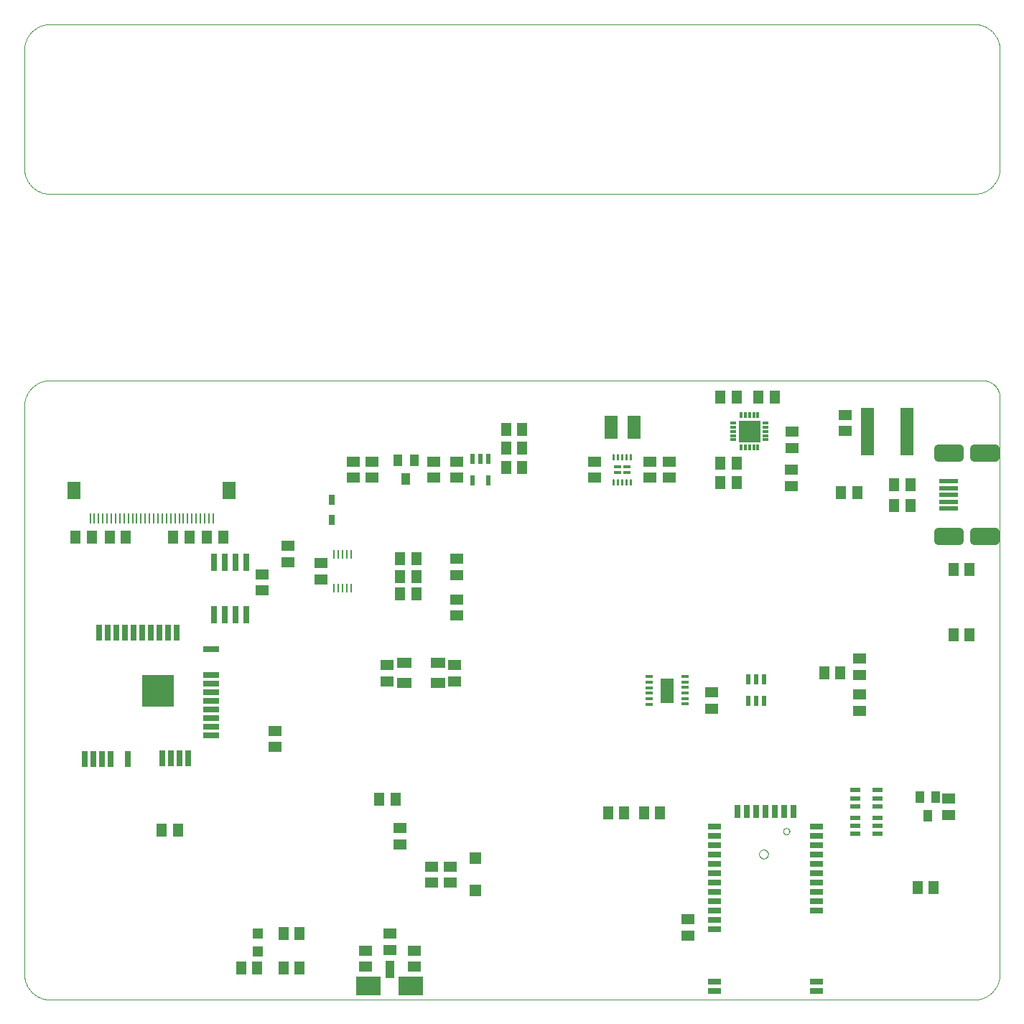
<source format=gbp>
G75*
%MOIN*%
%OFA0B0*%
%FSLAX25Y25*%
%IPPOS*%
%LPD*%
%AMOC8*
5,1,8,0,0,1.08239X$1,22.5*
%
%ADD10C,0.00000*%
%ADD11R,0.05118X0.05906*%
%ADD12R,0.05906X0.05118*%
%ADD13R,0.11811X0.08661*%
%ADD14R,0.03937X0.07874*%
%ADD15R,0.04724X0.04724*%
%ADD16R,0.02200X0.05000*%
%ADD17R,0.03543X0.01575*%
%ADD18R,0.06299X0.11417*%
%ADD19R,0.02600X0.08000*%
%ADD20R,0.00984X0.04921*%
%ADD21R,0.06496X0.08071*%
%ADD22R,0.00787X0.03937*%
%ADD23R,0.03937X0.05512*%
%ADD24C,0.00827*%
%ADD25R,0.03346X0.01772*%
%ADD26R,0.05000X0.02200*%
%ADD27R,0.05906X0.10630*%
%ADD28R,0.06299X0.22441*%
%ADD29R,0.02500X0.05000*%
%ADD30R,0.07087X0.04724*%
%ADD31R,0.08858X0.01969*%
%ADD32C,0.03937*%
%ADD33R,0.01181X0.03150*%
%ADD34R,0.03150X0.01181*%
%ADD35R,0.09843X0.09843*%
%ADD36R,0.05512X0.05512*%
%ADD37R,0.03150X0.07480*%
%ADD38R,0.07480X0.03150*%
%ADD39R,0.14567X0.14567*%
%ADD40R,0.05906X0.02756*%
%ADD41R,0.02756X0.05906*%
D10*
X0071650Y0095547D02*
X0500784Y0095547D01*
X0501069Y0095550D01*
X0501355Y0095561D01*
X0501640Y0095578D01*
X0501924Y0095602D01*
X0502208Y0095633D01*
X0502491Y0095671D01*
X0502772Y0095716D01*
X0503053Y0095767D01*
X0503333Y0095825D01*
X0503611Y0095890D01*
X0503887Y0095962D01*
X0504161Y0096040D01*
X0504434Y0096125D01*
X0504704Y0096217D01*
X0504972Y0096315D01*
X0505238Y0096419D01*
X0505501Y0096530D01*
X0505761Y0096647D01*
X0506019Y0096770D01*
X0506273Y0096900D01*
X0506524Y0097036D01*
X0506772Y0097177D01*
X0507016Y0097325D01*
X0507257Y0097478D01*
X0507493Y0097638D01*
X0507726Y0097803D01*
X0507955Y0097973D01*
X0508180Y0098149D01*
X0508400Y0098331D01*
X0508616Y0098517D01*
X0508827Y0098709D01*
X0509034Y0098906D01*
X0509236Y0099108D01*
X0509433Y0099315D01*
X0509625Y0099526D01*
X0509811Y0099742D01*
X0509993Y0099962D01*
X0510169Y0100187D01*
X0510339Y0100416D01*
X0510504Y0100649D01*
X0510664Y0100885D01*
X0510817Y0101126D01*
X0510965Y0101370D01*
X0511106Y0101618D01*
X0511242Y0101869D01*
X0511372Y0102123D01*
X0511495Y0102381D01*
X0511612Y0102641D01*
X0511723Y0102904D01*
X0511827Y0103170D01*
X0511925Y0103438D01*
X0512017Y0103708D01*
X0512102Y0103981D01*
X0512180Y0104255D01*
X0512252Y0104531D01*
X0512317Y0104809D01*
X0512375Y0105089D01*
X0512426Y0105370D01*
X0512471Y0105651D01*
X0512509Y0105934D01*
X0512540Y0106218D01*
X0512564Y0106502D01*
X0512581Y0106787D01*
X0512592Y0107073D01*
X0512595Y0107358D01*
X0512595Y0375075D01*
X0512593Y0375265D01*
X0512586Y0375455D01*
X0512574Y0375645D01*
X0512558Y0375835D01*
X0512538Y0376024D01*
X0512512Y0376213D01*
X0512483Y0376401D01*
X0512448Y0376588D01*
X0512409Y0376774D01*
X0512366Y0376959D01*
X0512318Y0377144D01*
X0512266Y0377327D01*
X0512210Y0377508D01*
X0512149Y0377688D01*
X0512083Y0377867D01*
X0512014Y0378044D01*
X0511940Y0378220D01*
X0511862Y0378393D01*
X0511779Y0378565D01*
X0511693Y0378734D01*
X0511603Y0378902D01*
X0511508Y0379067D01*
X0511410Y0379230D01*
X0511307Y0379390D01*
X0511201Y0379548D01*
X0511091Y0379703D01*
X0510978Y0379856D01*
X0510860Y0380006D01*
X0510739Y0380152D01*
X0510615Y0380296D01*
X0510487Y0380437D01*
X0510356Y0380575D01*
X0510221Y0380710D01*
X0510083Y0380841D01*
X0509942Y0380969D01*
X0509798Y0381093D01*
X0509652Y0381214D01*
X0509502Y0381332D01*
X0509349Y0381445D01*
X0509194Y0381555D01*
X0509036Y0381661D01*
X0508876Y0381764D01*
X0508713Y0381862D01*
X0508548Y0381957D01*
X0508380Y0382047D01*
X0508211Y0382133D01*
X0508039Y0382216D01*
X0507866Y0382294D01*
X0507690Y0382368D01*
X0507513Y0382437D01*
X0507334Y0382503D01*
X0507154Y0382564D01*
X0506973Y0382620D01*
X0506790Y0382672D01*
X0506605Y0382720D01*
X0506420Y0382763D01*
X0506234Y0382802D01*
X0506047Y0382837D01*
X0505859Y0382866D01*
X0505670Y0382892D01*
X0505481Y0382912D01*
X0505291Y0382928D01*
X0505101Y0382940D01*
X0504911Y0382947D01*
X0504721Y0382949D01*
X0071650Y0382949D01*
X0071365Y0382946D01*
X0071079Y0382935D01*
X0070794Y0382918D01*
X0070510Y0382894D01*
X0070226Y0382863D01*
X0069943Y0382825D01*
X0069662Y0382780D01*
X0069381Y0382729D01*
X0069101Y0382671D01*
X0068823Y0382606D01*
X0068547Y0382534D01*
X0068273Y0382456D01*
X0068000Y0382371D01*
X0067730Y0382279D01*
X0067462Y0382181D01*
X0067196Y0382077D01*
X0066933Y0381966D01*
X0066673Y0381849D01*
X0066415Y0381726D01*
X0066161Y0381596D01*
X0065910Y0381460D01*
X0065662Y0381319D01*
X0065418Y0381171D01*
X0065177Y0381018D01*
X0064941Y0380858D01*
X0064708Y0380693D01*
X0064479Y0380523D01*
X0064254Y0380347D01*
X0064034Y0380165D01*
X0063818Y0379979D01*
X0063607Y0379787D01*
X0063400Y0379590D01*
X0063198Y0379388D01*
X0063001Y0379181D01*
X0062809Y0378970D01*
X0062623Y0378754D01*
X0062441Y0378534D01*
X0062265Y0378309D01*
X0062095Y0378080D01*
X0061930Y0377847D01*
X0061770Y0377611D01*
X0061617Y0377370D01*
X0061469Y0377126D01*
X0061328Y0376878D01*
X0061192Y0376627D01*
X0061062Y0376373D01*
X0060939Y0376115D01*
X0060822Y0375855D01*
X0060711Y0375592D01*
X0060607Y0375326D01*
X0060509Y0375058D01*
X0060417Y0374788D01*
X0060332Y0374515D01*
X0060254Y0374241D01*
X0060182Y0373965D01*
X0060117Y0373687D01*
X0060059Y0373407D01*
X0060008Y0373126D01*
X0059963Y0372845D01*
X0059925Y0372562D01*
X0059894Y0372278D01*
X0059870Y0371994D01*
X0059853Y0371709D01*
X0059842Y0371423D01*
X0059839Y0371138D01*
X0059839Y0107358D01*
X0059842Y0107073D01*
X0059853Y0106787D01*
X0059870Y0106502D01*
X0059894Y0106218D01*
X0059925Y0105934D01*
X0059963Y0105651D01*
X0060008Y0105370D01*
X0060059Y0105089D01*
X0060117Y0104809D01*
X0060182Y0104531D01*
X0060254Y0104255D01*
X0060332Y0103981D01*
X0060417Y0103708D01*
X0060509Y0103438D01*
X0060607Y0103170D01*
X0060711Y0102904D01*
X0060822Y0102641D01*
X0060939Y0102381D01*
X0061062Y0102123D01*
X0061192Y0101869D01*
X0061328Y0101618D01*
X0061469Y0101370D01*
X0061617Y0101126D01*
X0061770Y0100885D01*
X0061930Y0100649D01*
X0062095Y0100416D01*
X0062265Y0100187D01*
X0062441Y0099962D01*
X0062623Y0099742D01*
X0062809Y0099526D01*
X0063001Y0099315D01*
X0063198Y0099108D01*
X0063400Y0098906D01*
X0063607Y0098709D01*
X0063818Y0098517D01*
X0064034Y0098331D01*
X0064254Y0098149D01*
X0064479Y0097973D01*
X0064708Y0097803D01*
X0064941Y0097638D01*
X0065177Y0097478D01*
X0065418Y0097325D01*
X0065662Y0097177D01*
X0065910Y0097036D01*
X0066161Y0096900D01*
X0066415Y0096770D01*
X0066673Y0096647D01*
X0066933Y0096530D01*
X0067196Y0096419D01*
X0067462Y0096315D01*
X0067730Y0096217D01*
X0068000Y0096125D01*
X0068273Y0096040D01*
X0068547Y0095962D01*
X0068823Y0095890D01*
X0069101Y0095825D01*
X0069381Y0095767D01*
X0069662Y0095716D01*
X0069943Y0095671D01*
X0070226Y0095633D01*
X0070510Y0095602D01*
X0070794Y0095578D01*
X0071079Y0095561D01*
X0071365Y0095550D01*
X0071650Y0095547D01*
X0400908Y0163093D02*
X0400910Y0163184D01*
X0400916Y0163274D01*
X0400926Y0163365D01*
X0400940Y0163454D01*
X0400958Y0163543D01*
X0400979Y0163632D01*
X0401005Y0163719D01*
X0401034Y0163805D01*
X0401068Y0163889D01*
X0401104Y0163972D01*
X0401145Y0164054D01*
X0401189Y0164133D01*
X0401236Y0164211D01*
X0401287Y0164286D01*
X0401341Y0164359D01*
X0401398Y0164429D01*
X0401458Y0164497D01*
X0401521Y0164563D01*
X0401587Y0164625D01*
X0401656Y0164684D01*
X0401727Y0164741D01*
X0401801Y0164794D01*
X0401877Y0164844D01*
X0401955Y0164891D01*
X0402035Y0164934D01*
X0402116Y0164973D01*
X0402200Y0165009D01*
X0402285Y0165041D01*
X0402371Y0165070D01*
X0402458Y0165094D01*
X0402547Y0165115D01*
X0402636Y0165132D01*
X0402726Y0165145D01*
X0402816Y0165154D01*
X0402907Y0165159D01*
X0402998Y0165160D01*
X0403088Y0165157D01*
X0403179Y0165150D01*
X0403269Y0165139D01*
X0403359Y0165124D01*
X0403448Y0165105D01*
X0403536Y0165083D01*
X0403622Y0165056D01*
X0403708Y0165026D01*
X0403792Y0164992D01*
X0403875Y0164954D01*
X0403956Y0164913D01*
X0404035Y0164868D01*
X0404112Y0164819D01*
X0404186Y0164768D01*
X0404259Y0164713D01*
X0404329Y0164655D01*
X0404396Y0164594D01*
X0404460Y0164530D01*
X0404522Y0164464D01*
X0404581Y0164394D01*
X0404636Y0164323D01*
X0404689Y0164248D01*
X0404738Y0164172D01*
X0404784Y0164094D01*
X0404826Y0164013D01*
X0404865Y0163931D01*
X0404900Y0163847D01*
X0404931Y0163762D01*
X0404958Y0163675D01*
X0404982Y0163588D01*
X0405002Y0163499D01*
X0405018Y0163410D01*
X0405030Y0163320D01*
X0405038Y0163229D01*
X0405042Y0163138D01*
X0405042Y0163048D01*
X0405038Y0162957D01*
X0405030Y0162866D01*
X0405018Y0162776D01*
X0405002Y0162687D01*
X0404982Y0162598D01*
X0404958Y0162511D01*
X0404931Y0162424D01*
X0404900Y0162339D01*
X0404865Y0162255D01*
X0404826Y0162173D01*
X0404784Y0162092D01*
X0404738Y0162014D01*
X0404689Y0161938D01*
X0404636Y0161863D01*
X0404581Y0161792D01*
X0404522Y0161722D01*
X0404460Y0161656D01*
X0404396Y0161592D01*
X0404329Y0161531D01*
X0404259Y0161473D01*
X0404186Y0161418D01*
X0404112Y0161367D01*
X0404035Y0161318D01*
X0403956Y0161273D01*
X0403875Y0161232D01*
X0403792Y0161194D01*
X0403708Y0161160D01*
X0403622Y0161130D01*
X0403536Y0161103D01*
X0403448Y0161081D01*
X0403359Y0161062D01*
X0403269Y0161047D01*
X0403179Y0161036D01*
X0403088Y0161029D01*
X0402998Y0161026D01*
X0402907Y0161027D01*
X0402816Y0161032D01*
X0402726Y0161041D01*
X0402636Y0161054D01*
X0402547Y0161071D01*
X0402458Y0161092D01*
X0402371Y0161116D01*
X0402285Y0161145D01*
X0402200Y0161177D01*
X0402116Y0161213D01*
X0402035Y0161252D01*
X0401955Y0161295D01*
X0401877Y0161342D01*
X0401801Y0161392D01*
X0401727Y0161445D01*
X0401656Y0161502D01*
X0401587Y0161561D01*
X0401521Y0161623D01*
X0401458Y0161689D01*
X0401398Y0161757D01*
X0401341Y0161827D01*
X0401287Y0161900D01*
X0401236Y0161975D01*
X0401189Y0162053D01*
X0401145Y0162132D01*
X0401104Y0162214D01*
X0401068Y0162297D01*
X0401034Y0162381D01*
X0401005Y0162467D01*
X0400979Y0162554D01*
X0400958Y0162643D01*
X0400940Y0162732D01*
X0400926Y0162821D01*
X0400916Y0162912D01*
X0400910Y0163002D01*
X0400908Y0163093D01*
X0412078Y0173671D02*
X0412080Y0173748D01*
X0412086Y0173824D01*
X0412096Y0173900D01*
X0412110Y0173975D01*
X0412127Y0174050D01*
X0412149Y0174123D01*
X0412174Y0174196D01*
X0412204Y0174267D01*
X0412236Y0174336D01*
X0412273Y0174403D01*
X0412312Y0174469D01*
X0412355Y0174532D01*
X0412402Y0174593D01*
X0412451Y0174652D01*
X0412504Y0174708D01*
X0412559Y0174761D01*
X0412617Y0174811D01*
X0412677Y0174858D01*
X0412740Y0174902D01*
X0412805Y0174943D01*
X0412872Y0174980D01*
X0412941Y0175014D01*
X0413011Y0175044D01*
X0413083Y0175070D01*
X0413157Y0175092D01*
X0413231Y0175111D01*
X0413306Y0175126D01*
X0413382Y0175137D01*
X0413458Y0175144D01*
X0413535Y0175147D01*
X0413611Y0175146D01*
X0413688Y0175141D01*
X0413764Y0175132D01*
X0413840Y0175119D01*
X0413914Y0175102D01*
X0413988Y0175082D01*
X0414061Y0175057D01*
X0414132Y0175029D01*
X0414202Y0174997D01*
X0414270Y0174962D01*
X0414336Y0174923D01*
X0414400Y0174881D01*
X0414461Y0174835D01*
X0414521Y0174786D01*
X0414577Y0174735D01*
X0414631Y0174680D01*
X0414682Y0174623D01*
X0414730Y0174563D01*
X0414775Y0174501D01*
X0414816Y0174436D01*
X0414854Y0174370D01*
X0414889Y0174302D01*
X0414919Y0174231D01*
X0414947Y0174160D01*
X0414970Y0174087D01*
X0414990Y0174013D01*
X0415006Y0173938D01*
X0415018Y0173862D01*
X0415026Y0173786D01*
X0415030Y0173709D01*
X0415030Y0173633D01*
X0415026Y0173556D01*
X0415018Y0173480D01*
X0415006Y0173404D01*
X0414990Y0173329D01*
X0414970Y0173255D01*
X0414947Y0173182D01*
X0414919Y0173111D01*
X0414889Y0173040D01*
X0414854Y0172972D01*
X0414816Y0172906D01*
X0414775Y0172841D01*
X0414730Y0172779D01*
X0414682Y0172719D01*
X0414631Y0172662D01*
X0414577Y0172607D01*
X0414521Y0172556D01*
X0414461Y0172507D01*
X0414400Y0172461D01*
X0414336Y0172419D01*
X0414270Y0172380D01*
X0414202Y0172345D01*
X0414132Y0172313D01*
X0414061Y0172285D01*
X0413988Y0172260D01*
X0413914Y0172240D01*
X0413840Y0172223D01*
X0413764Y0172210D01*
X0413688Y0172201D01*
X0413611Y0172196D01*
X0413535Y0172195D01*
X0413458Y0172198D01*
X0413382Y0172205D01*
X0413306Y0172216D01*
X0413231Y0172231D01*
X0413157Y0172250D01*
X0413083Y0172272D01*
X0413011Y0172298D01*
X0412941Y0172328D01*
X0412872Y0172362D01*
X0412805Y0172399D01*
X0412740Y0172440D01*
X0412677Y0172484D01*
X0412617Y0172531D01*
X0412559Y0172581D01*
X0412504Y0172634D01*
X0412451Y0172690D01*
X0412402Y0172749D01*
X0412355Y0172810D01*
X0412312Y0172873D01*
X0412273Y0172939D01*
X0412236Y0173006D01*
X0412204Y0173075D01*
X0412174Y0173146D01*
X0412149Y0173219D01*
X0412127Y0173292D01*
X0412110Y0173367D01*
X0412096Y0173442D01*
X0412086Y0173518D01*
X0412080Y0173594D01*
X0412078Y0173671D01*
X0500784Y0469563D02*
X0071650Y0469563D01*
X0071365Y0469566D01*
X0071079Y0469577D01*
X0070794Y0469594D01*
X0070510Y0469618D01*
X0070226Y0469649D01*
X0069943Y0469687D01*
X0069662Y0469732D01*
X0069381Y0469783D01*
X0069101Y0469841D01*
X0068823Y0469906D01*
X0068547Y0469978D01*
X0068273Y0470056D01*
X0068000Y0470141D01*
X0067730Y0470233D01*
X0067462Y0470331D01*
X0067196Y0470435D01*
X0066933Y0470546D01*
X0066673Y0470663D01*
X0066415Y0470786D01*
X0066161Y0470916D01*
X0065910Y0471052D01*
X0065662Y0471193D01*
X0065418Y0471341D01*
X0065177Y0471494D01*
X0064941Y0471654D01*
X0064708Y0471819D01*
X0064479Y0471989D01*
X0064254Y0472165D01*
X0064034Y0472347D01*
X0063818Y0472533D01*
X0063607Y0472725D01*
X0063400Y0472922D01*
X0063198Y0473124D01*
X0063001Y0473331D01*
X0062809Y0473542D01*
X0062623Y0473758D01*
X0062441Y0473978D01*
X0062265Y0474203D01*
X0062095Y0474432D01*
X0061930Y0474665D01*
X0061770Y0474901D01*
X0061617Y0475142D01*
X0061469Y0475386D01*
X0061328Y0475634D01*
X0061192Y0475885D01*
X0061062Y0476139D01*
X0060939Y0476397D01*
X0060822Y0476657D01*
X0060711Y0476920D01*
X0060607Y0477186D01*
X0060509Y0477454D01*
X0060417Y0477724D01*
X0060332Y0477997D01*
X0060254Y0478271D01*
X0060182Y0478547D01*
X0060117Y0478825D01*
X0060059Y0479105D01*
X0060008Y0479386D01*
X0059963Y0479667D01*
X0059925Y0479950D01*
X0059894Y0480234D01*
X0059870Y0480518D01*
X0059853Y0480803D01*
X0059842Y0481089D01*
X0059839Y0481374D01*
X0059839Y0536492D01*
X0059842Y0536777D01*
X0059853Y0537063D01*
X0059870Y0537348D01*
X0059894Y0537632D01*
X0059925Y0537916D01*
X0059963Y0538199D01*
X0060008Y0538480D01*
X0060059Y0538761D01*
X0060117Y0539041D01*
X0060182Y0539319D01*
X0060254Y0539595D01*
X0060332Y0539869D01*
X0060417Y0540142D01*
X0060509Y0540412D01*
X0060607Y0540680D01*
X0060711Y0540946D01*
X0060822Y0541209D01*
X0060939Y0541469D01*
X0061062Y0541727D01*
X0061192Y0541981D01*
X0061328Y0542232D01*
X0061469Y0542480D01*
X0061617Y0542724D01*
X0061770Y0542965D01*
X0061930Y0543201D01*
X0062095Y0543434D01*
X0062265Y0543663D01*
X0062441Y0543888D01*
X0062623Y0544108D01*
X0062809Y0544324D01*
X0063001Y0544535D01*
X0063198Y0544742D01*
X0063400Y0544944D01*
X0063607Y0545141D01*
X0063818Y0545333D01*
X0064034Y0545519D01*
X0064254Y0545701D01*
X0064479Y0545877D01*
X0064708Y0546047D01*
X0064941Y0546212D01*
X0065177Y0546372D01*
X0065418Y0546525D01*
X0065662Y0546673D01*
X0065910Y0546814D01*
X0066161Y0546950D01*
X0066415Y0547080D01*
X0066673Y0547203D01*
X0066933Y0547320D01*
X0067196Y0547431D01*
X0067462Y0547535D01*
X0067730Y0547633D01*
X0068000Y0547725D01*
X0068273Y0547810D01*
X0068547Y0547888D01*
X0068823Y0547960D01*
X0069101Y0548025D01*
X0069381Y0548083D01*
X0069662Y0548134D01*
X0069943Y0548179D01*
X0070226Y0548217D01*
X0070510Y0548248D01*
X0070794Y0548272D01*
X0071079Y0548289D01*
X0071365Y0548300D01*
X0071650Y0548303D01*
X0500784Y0548303D01*
X0501069Y0548300D01*
X0501355Y0548289D01*
X0501640Y0548272D01*
X0501924Y0548248D01*
X0502208Y0548217D01*
X0502491Y0548179D01*
X0502772Y0548134D01*
X0503053Y0548083D01*
X0503333Y0548025D01*
X0503611Y0547960D01*
X0503887Y0547888D01*
X0504161Y0547810D01*
X0504434Y0547725D01*
X0504704Y0547633D01*
X0504972Y0547535D01*
X0505238Y0547431D01*
X0505501Y0547320D01*
X0505761Y0547203D01*
X0506019Y0547080D01*
X0506273Y0546950D01*
X0506524Y0546814D01*
X0506772Y0546673D01*
X0507016Y0546525D01*
X0507257Y0546372D01*
X0507493Y0546212D01*
X0507726Y0546047D01*
X0507955Y0545877D01*
X0508180Y0545701D01*
X0508400Y0545519D01*
X0508616Y0545333D01*
X0508827Y0545141D01*
X0509034Y0544944D01*
X0509236Y0544742D01*
X0509433Y0544535D01*
X0509625Y0544324D01*
X0509811Y0544108D01*
X0509993Y0543888D01*
X0510169Y0543663D01*
X0510339Y0543434D01*
X0510504Y0543201D01*
X0510664Y0542965D01*
X0510817Y0542724D01*
X0510965Y0542480D01*
X0511106Y0542232D01*
X0511242Y0541981D01*
X0511372Y0541727D01*
X0511495Y0541469D01*
X0511612Y0541209D01*
X0511723Y0540946D01*
X0511827Y0540680D01*
X0511925Y0540412D01*
X0512017Y0540142D01*
X0512102Y0539869D01*
X0512180Y0539595D01*
X0512252Y0539319D01*
X0512317Y0539041D01*
X0512375Y0538761D01*
X0512426Y0538480D01*
X0512471Y0538199D01*
X0512509Y0537916D01*
X0512540Y0537632D01*
X0512564Y0537348D01*
X0512581Y0537063D01*
X0512592Y0536777D01*
X0512595Y0536492D01*
X0512595Y0481374D01*
X0512592Y0481089D01*
X0512581Y0480803D01*
X0512564Y0480518D01*
X0512540Y0480234D01*
X0512509Y0479950D01*
X0512471Y0479667D01*
X0512426Y0479386D01*
X0512375Y0479105D01*
X0512317Y0478825D01*
X0512252Y0478547D01*
X0512180Y0478271D01*
X0512102Y0477997D01*
X0512017Y0477724D01*
X0511925Y0477454D01*
X0511827Y0477186D01*
X0511723Y0476920D01*
X0511612Y0476657D01*
X0511495Y0476397D01*
X0511372Y0476139D01*
X0511242Y0475885D01*
X0511106Y0475634D01*
X0510965Y0475386D01*
X0510817Y0475142D01*
X0510664Y0474901D01*
X0510504Y0474665D01*
X0510339Y0474432D01*
X0510169Y0474203D01*
X0509993Y0473978D01*
X0509811Y0473758D01*
X0509625Y0473542D01*
X0509433Y0473331D01*
X0509236Y0473124D01*
X0509034Y0472922D01*
X0508827Y0472725D01*
X0508616Y0472533D01*
X0508400Y0472347D01*
X0508180Y0472165D01*
X0507955Y0471989D01*
X0507726Y0471819D01*
X0507493Y0471654D01*
X0507257Y0471494D01*
X0507016Y0471341D01*
X0506772Y0471193D01*
X0506524Y0471052D01*
X0506273Y0470916D01*
X0506019Y0470786D01*
X0505761Y0470663D01*
X0505501Y0470546D01*
X0505238Y0470435D01*
X0504972Y0470331D01*
X0504704Y0470233D01*
X0504434Y0470141D01*
X0504161Y0470056D01*
X0503887Y0469978D01*
X0503611Y0469906D01*
X0503333Y0469841D01*
X0503053Y0469783D01*
X0502772Y0469732D01*
X0502491Y0469687D01*
X0502208Y0469649D01*
X0501924Y0469618D01*
X0501640Y0469594D01*
X0501355Y0469577D01*
X0501069Y0469566D01*
X0500784Y0469563D01*
D11*
X0408068Y0375075D03*
X0400587Y0375075D03*
X0390351Y0375075D03*
X0382871Y0375075D03*
X0382871Y0344563D03*
X0390351Y0344563D03*
X0390351Y0335705D03*
X0382871Y0335705D03*
X0438973Y0330783D03*
X0446453Y0330783D03*
X0463579Y0334720D03*
X0471060Y0334720D03*
X0471060Y0324878D03*
X0463579Y0324878D03*
X0491138Y0295350D03*
X0498619Y0295350D03*
X0498619Y0264839D03*
X0491138Y0264839D03*
X0438579Y0247122D03*
X0431099Y0247122D03*
X0354918Y0182161D03*
X0347438Y0182161D03*
X0338186Y0182161D03*
X0330705Y0182161D03*
X0232083Y0188657D03*
X0224603Y0188657D03*
X0187595Y0126059D03*
X0180115Y0126059D03*
X0180115Y0110311D03*
X0187595Y0110311D03*
X0167910Y0110311D03*
X0160430Y0110311D03*
X0131138Y0174248D03*
X0123658Y0174248D03*
X0234249Y0283736D03*
X0241729Y0283736D03*
X0241729Y0292004D03*
X0234249Y0292004D03*
X0234249Y0300272D03*
X0241729Y0300272D03*
X0283461Y0342594D03*
X0290942Y0342594D03*
X0290942Y0351453D03*
X0283461Y0351453D03*
X0283461Y0360311D03*
X0290942Y0360311D03*
X0152162Y0310114D03*
X0144682Y0310114D03*
X0136414Y0310114D03*
X0128934Y0310114D03*
X0106886Y0310114D03*
X0099406Y0310114D03*
X0091138Y0310114D03*
X0083658Y0310114D03*
X0474406Y0147713D03*
X0481886Y0147713D03*
D12*
X0488973Y0181374D03*
X0488973Y0188854D03*
X0447635Y0229602D03*
X0447635Y0237083D03*
X0447635Y0246335D03*
X0447635Y0253815D03*
X0378737Y0238067D03*
X0378737Y0230587D03*
X0367910Y0132752D03*
X0367910Y0125272D03*
X0257674Y0149878D03*
X0257674Y0157358D03*
X0248816Y0157358D03*
X0248816Y0149878D03*
X0234052Y0167594D03*
X0234052Y0175075D03*
X0229406Y0126138D03*
X0229406Y0118657D03*
X0240705Y0118264D03*
X0240705Y0110783D03*
X0218068Y0110783D03*
X0218068Y0118264D03*
X0176178Y0212870D03*
X0176178Y0220350D03*
X0228146Y0243382D03*
X0228146Y0250862D03*
X0259642Y0250862D03*
X0259642Y0243382D03*
X0260627Y0273894D03*
X0260627Y0281374D03*
X0260627Y0292594D03*
X0260627Y0300075D03*
X0260627Y0337870D03*
X0260627Y0345350D03*
X0249800Y0345350D03*
X0249800Y0337870D03*
X0221257Y0337870D03*
X0221257Y0345350D03*
X0212398Y0345350D03*
X0212398Y0337870D03*
X0182280Y0306177D03*
X0182280Y0298697D03*
X0170272Y0292988D03*
X0170272Y0285508D03*
X0197635Y0290626D03*
X0197635Y0298106D03*
X0324603Y0337870D03*
X0324603Y0345350D03*
X0350194Y0345350D03*
X0350194Y0337870D03*
X0359052Y0337831D03*
X0359052Y0345311D03*
X0415981Y0341531D03*
X0416138Y0351650D03*
X0416138Y0359130D03*
X0440745Y0359524D03*
X0440745Y0367004D03*
X0415981Y0334051D03*
D13*
X0239288Y0101728D03*
X0219603Y0101728D03*
D14*
X0229446Y0109602D03*
D15*
X0168107Y0117988D03*
X0168107Y0126256D03*
D16*
X0395706Y0234148D03*
X0399406Y0234148D03*
X0403106Y0234148D03*
X0403106Y0244348D03*
X0399406Y0244348D03*
X0395706Y0244348D03*
X0275153Y0336510D03*
X0267753Y0336510D03*
X0267753Y0346710D03*
X0271453Y0346710D03*
X0275153Y0346710D03*
D17*
X0349997Y0245508D03*
X0349997Y0242949D03*
X0349997Y0240390D03*
X0349997Y0237831D03*
X0349997Y0235272D03*
X0349997Y0232713D03*
X0366532Y0232752D03*
X0366532Y0235311D03*
X0366532Y0237870D03*
X0366532Y0240429D03*
X0366532Y0242988D03*
X0366532Y0245547D03*
D18*
X0358264Y0239051D03*
D19*
X0162812Y0274392D03*
X0157812Y0274392D03*
X0152812Y0274392D03*
X0147812Y0274392D03*
X0147812Y0298592D03*
X0152812Y0298592D03*
X0157812Y0298592D03*
X0162812Y0298592D03*
D20*
X0147438Y0318972D03*
X0145469Y0318972D03*
X0143501Y0318972D03*
X0141532Y0318972D03*
X0139564Y0318972D03*
X0137595Y0318972D03*
X0135627Y0318972D03*
X0133658Y0318972D03*
X0131690Y0318972D03*
X0129721Y0318972D03*
X0127753Y0318972D03*
X0125784Y0318972D03*
X0123816Y0318972D03*
X0121847Y0318972D03*
X0119879Y0318972D03*
X0117910Y0318972D03*
X0115942Y0318972D03*
X0113973Y0318972D03*
X0112005Y0318972D03*
X0110036Y0318972D03*
X0108068Y0318972D03*
X0106099Y0318972D03*
X0104131Y0318972D03*
X0102162Y0318972D03*
X0100194Y0318972D03*
X0098225Y0318972D03*
X0096257Y0318972D03*
X0094288Y0318972D03*
X0092320Y0318972D03*
X0090351Y0318972D03*
D21*
X0082871Y0331768D03*
X0154918Y0331768D03*
D22*
X0203540Y0302240D03*
X0205509Y0302240D03*
X0207477Y0302240D03*
X0209446Y0302240D03*
X0211414Y0302240D03*
X0211414Y0286492D03*
X0209446Y0286492D03*
X0207477Y0286492D03*
X0205509Y0286492D03*
X0203540Y0286492D03*
D23*
X0237005Y0337280D03*
X0240745Y0345941D03*
X0233264Y0345941D03*
X0475390Y0189445D03*
X0482871Y0189445D03*
X0479131Y0180783D03*
D24*
X0341473Y0334543D02*
X0341197Y0334543D01*
X0341197Y0336867D01*
X0341473Y0336867D01*
X0341473Y0334543D01*
X0341473Y0335369D02*
X0341197Y0335369D01*
X0341197Y0336195D02*
X0341473Y0336195D01*
X0339505Y0334543D02*
X0339229Y0334543D01*
X0339229Y0336867D01*
X0339505Y0336867D01*
X0339505Y0334543D01*
X0339505Y0335369D02*
X0339229Y0335369D01*
X0339229Y0336195D02*
X0339505Y0336195D01*
X0337536Y0334543D02*
X0337260Y0334543D01*
X0337260Y0336867D01*
X0337536Y0336867D01*
X0337536Y0334543D01*
X0337536Y0335369D02*
X0337260Y0335369D01*
X0337260Y0336195D02*
X0337536Y0336195D01*
X0335568Y0334543D02*
X0335292Y0334543D01*
X0335292Y0336867D01*
X0335568Y0336867D01*
X0335568Y0334543D01*
X0335568Y0335369D02*
X0335292Y0335369D01*
X0335292Y0336195D02*
X0335568Y0336195D01*
X0333599Y0334543D02*
X0333323Y0334543D01*
X0333323Y0336867D01*
X0333599Y0336867D01*
X0333599Y0334543D01*
X0333599Y0335369D02*
X0333323Y0335369D01*
X0333323Y0336195D02*
X0333599Y0336195D01*
X0333599Y0346354D02*
X0333323Y0346354D01*
X0333323Y0348678D01*
X0333599Y0348678D01*
X0333599Y0346354D01*
X0333599Y0347180D02*
X0333323Y0347180D01*
X0333323Y0348006D02*
X0333599Y0348006D01*
X0335292Y0346354D02*
X0335568Y0346354D01*
X0335292Y0346354D02*
X0335292Y0348678D01*
X0335568Y0348678D01*
X0335568Y0346354D01*
X0335568Y0347180D02*
X0335292Y0347180D01*
X0335292Y0348006D02*
X0335568Y0348006D01*
X0337260Y0346354D02*
X0337536Y0346354D01*
X0337260Y0346354D02*
X0337260Y0348678D01*
X0337536Y0348678D01*
X0337536Y0346354D01*
X0337536Y0347180D02*
X0337260Y0347180D01*
X0337260Y0348006D02*
X0337536Y0348006D01*
X0339229Y0346354D02*
X0339505Y0346354D01*
X0339229Y0346354D02*
X0339229Y0348678D01*
X0339505Y0348678D01*
X0339505Y0346354D01*
X0339505Y0347180D02*
X0339229Y0347180D01*
X0339229Y0348006D02*
X0339505Y0348006D01*
X0341197Y0346354D02*
X0341473Y0346354D01*
X0341197Y0346354D02*
X0341197Y0348678D01*
X0341473Y0348678D01*
X0341473Y0346354D01*
X0341473Y0347180D02*
X0341197Y0347180D01*
X0341197Y0348006D02*
X0341473Y0348006D01*
D25*
X0339505Y0342929D03*
X0339505Y0340291D03*
X0335292Y0340291D03*
X0335292Y0340291D03*
X0335292Y0342929D03*
D26*
X0445487Y0192751D03*
X0445487Y0189051D03*
X0445487Y0185351D03*
X0445487Y0179956D03*
X0445487Y0176256D03*
X0445487Y0172556D03*
X0455687Y0172556D03*
X0455687Y0176256D03*
X0455687Y0179956D03*
X0455687Y0185351D03*
X0455687Y0189051D03*
X0455687Y0192751D03*
D27*
X0342713Y0361335D03*
X0332083Y0361256D03*
D28*
X0451178Y0359327D03*
X0469682Y0359327D03*
D29*
X0202556Y0327437D03*
X0202556Y0318382D03*
D30*
X0236020Y0251846D03*
X0236020Y0242398D03*
X0251768Y0242398D03*
X0251768Y0251846D03*
D31*
X0488973Y0323500D03*
X0488973Y0326650D03*
X0488973Y0329799D03*
X0488973Y0332949D03*
X0488973Y0336098D03*
D32*
X0484051Y0351060D02*
X0493895Y0351060D01*
X0493895Y0347122D01*
X0484051Y0347122D01*
X0484051Y0351060D01*
X0484051Y0351058D02*
X0493895Y0351058D01*
X0500783Y0351060D02*
X0510627Y0351060D01*
X0510627Y0347122D01*
X0500783Y0347122D01*
X0500783Y0351060D01*
X0500783Y0351058D02*
X0510627Y0351058D01*
X0510627Y0312477D02*
X0500783Y0312477D01*
X0510627Y0312477D02*
X0510627Y0308539D01*
X0500783Y0308539D01*
X0500783Y0312477D01*
X0500783Y0312475D02*
X0510627Y0312475D01*
X0493895Y0312477D02*
X0484051Y0312477D01*
X0493895Y0312477D02*
X0493895Y0308539D01*
X0484051Y0308539D01*
X0484051Y0312477D01*
X0484051Y0312475D02*
X0493895Y0312475D01*
D33*
X0400314Y0351966D03*
X0398414Y0351966D03*
X0396414Y0351966D03*
X0394414Y0351966D03*
X0392514Y0351966D03*
X0392514Y0366766D03*
X0394414Y0366766D03*
X0396414Y0366766D03*
X0398414Y0366766D03*
X0400314Y0366766D03*
D34*
X0403814Y0363266D03*
X0403814Y0361366D03*
X0403814Y0359366D03*
X0403814Y0357366D03*
X0403814Y0355466D03*
X0389014Y0355466D03*
X0389014Y0357366D03*
X0389014Y0359366D03*
X0389014Y0361366D03*
X0389014Y0363266D03*
D35*
X0396414Y0359366D03*
D36*
X0269288Y0161098D03*
X0269288Y0146138D03*
D37*
X0135942Y0207406D03*
X0131942Y0207406D03*
X0127942Y0207406D03*
X0123942Y0207406D03*
X0107839Y0207358D03*
X0099902Y0207366D03*
X0095902Y0207366D03*
X0091902Y0207366D03*
X0087902Y0207366D03*
X0094453Y0265823D03*
X0098453Y0265823D03*
X0102453Y0265823D03*
X0106453Y0265823D03*
X0110453Y0265823D03*
X0114453Y0265823D03*
X0118453Y0265823D03*
X0122453Y0265823D03*
X0126453Y0265823D03*
X0130453Y0265823D03*
D38*
X0146453Y0258343D03*
X0146453Y0246343D03*
X0146453Y0242343D03*
X0146453Y0238343D03*
X0146453Y0234343D03*
X0146453Y0230343D03*
X0146453Y0226343D03*
X0146453Y0222343D03*
X0146453Y0218343D03*
D39*
X0121721Y0238760D03*
D40*
X0380135Y0175941D03*
X0380135Y0171610D03*
X0380135Y0167280D03*
X0380135Y0162949D03*
X0380135Y0158618D03*
X0380135Y0154287D03*
X0380135Y0149957D03*
X0380135Y0145626D03*
X0380135Y0141295D03*
X0380135Y0136965D03*
X0380135Y0132634D03*
X0380135Y0128303D03*
X0380135Y0103894D03*
X0380135Y0099563D03*
X0427379Y0099563D03*
X0427379Y0103894D03*
X0427379Y0136965D03*
X0427379Y0141295D03*
X0427379Y0145626D03*
X0427379Y0149957D03*
X0427379Y0154287D03*
X0427379Y0158618D03*
X0427379Y0162949D03*
X0427379Y0167280D03*
X0427379Y0171610D03*
X0427379Y0175941D03*
D41*
X0416749Y0183028D03*
X0412418Y0183028D03*
X0408087Y0183028D03*
X0403757Y0183028D03*
X0399426Y0183028D03*
X0395095Y0183028D03*
X0390764Y0183028D03*
M02*

</source>
